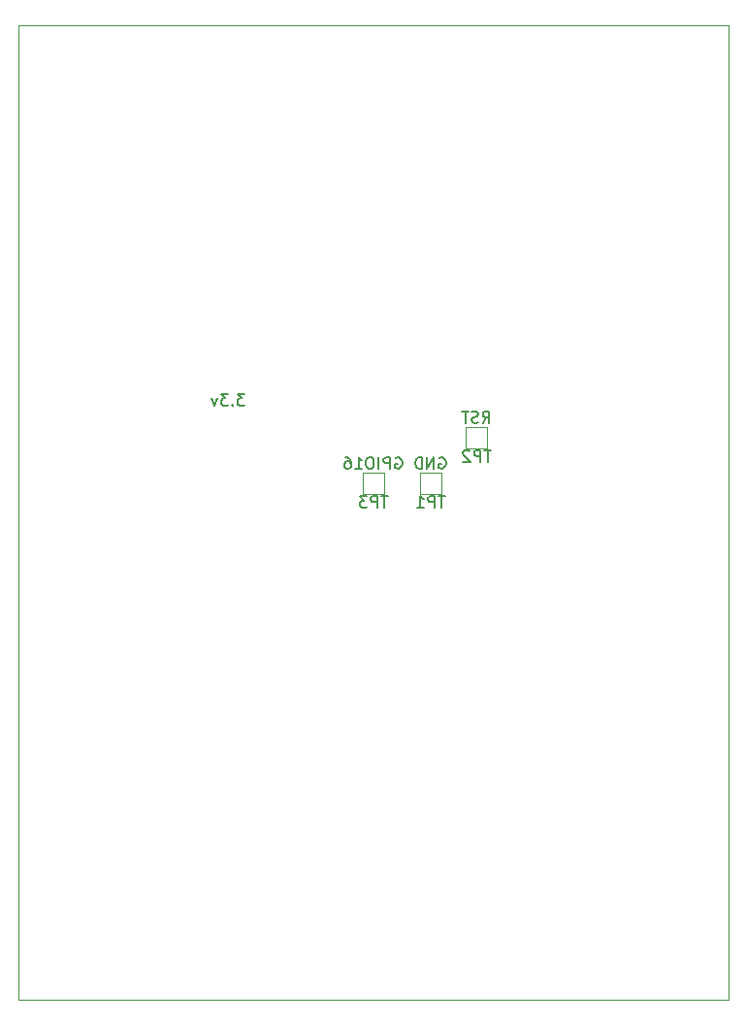
<source format=gbr>
G04 #@! TF.GenerationSoftware,KiCad,Pcbnew,(6.0.5)*
G04 #@! TF.CreationDate,2022-05-05T21:27:21-04:00*
G04 #@! TF.ProjectId,Weather_Wemos,57656174-6865-4725-9f57-656d6f732e6b,v1*
G04 #@! TF.SameCoordinates,Original*
G04 #@! TF.FileFunction,Legend,Bot*
G04 #@! TF.FilePolarity,Positive*
%FSLAX45Y45*%
G04 Gerber Fmt 4.5, Leading zero omitted, Abs format (unit mm)*
G04 Created by KiCad (PCBNEW (6.0.5)) date 2022-05-05 21:27:21*
%MOMM*%
%LPD*%
G01*
G04 APERTURE LIST*
G04 #@! TA.AperFunction,Profile*
%ADD10C,0.050000*%
G04 #@! TD*
%ADD11C,0.150000*%
%ADD12C,0.120000*%
%ADD13C,2.702000*%
%ADD14C,1.702000*%
%ADD15O,1.702000X1.702000*%
%ADD16C,1.902000*%
%ADD17C,3.802000*%
%ADD18C,3.352000*%
%ADD19C,1.622000*%
%ADD20C,3.302000*%
%ADD21C,1.602000*%
%ADD22O,2.007000X2.102000*%
G04 APERTURE END LIST*
D10*
X18100000Y-5900000D02*
X11900000Y-5900000D01*
X18100000Y-14400000D02*
X18100000Y-5900000D01*
X11900000Y-14400000D02*
X18100000Y-14400000D01*
X11900000Y-5900000D02*
X11900000Y-14400000D01*
D11*
X13877857Y-9120238D02*
X13815952Y-9120238D01*
X13849286Y-9158333D01*
X13835000Y-9158333D01*
X13825476Y-9163095D01*
X13820714Y-9167857D01*
X13815952Y-9177381D01*
X13815952Y-9201190D01*
X13820714Y-9210714D01*
X13825476Y-9215476D01*
X13835000Y-9220238D01*
X13863571Y-9220238D01*
X13873095Y-9215476D01*
X13877857Y-9210714D01*
X13773095Y-9210714D02*
X13768333Y-9215476D01*
X13773095Y-9220238D01*
X13777857Y-9215476D01*
X13773095Y-9210714D01*
X13773095Y-9220238D01*
X13735000Y-9120238D02*
X13673095Y-9120238D01*
X13706428Y-9158333D01*
X13692143Y-9158333D01*
X13682619Y-9163095D01*
X13677857Y-9167857D01*
X13673095Y-9177381D01*
X13673095Y-9201190D01*
X13677857Y-9210714D01*
X13682619Y-9215476D01*
X13692143Y-9220238D01*
X13720714Y-9220238D01*
X13730238Y-9215476D01*
X13735000Y-9210714D01*
X13639762Y-9153571D02*
X13615952Y-9220238D01*
X13592143Y-9153571D01*
X15626190Y-10010038D02*
X15569048Y-10010038D01*
X15597619Y-10110038D02*
X15597619Y-10010038D01*
X15535714Y-10110038D02*
X15535714Y-10010038D01*
X15497619Y-10010038D01*
X15488095Y-10014800D01*
X15483333Y-10019562D01*
X15478571Y-10029086D01*
X15478571Y-10043371D01*
X15483333Y-10052895D01*
X15488095Y-10057657D01*
X15497619Y-10062419D01*
X15535714Y-10062419D01*
X15383333Y-10110038D02*
X15440476Y-10110038D01*
X15411905Y-10110038D02*
X15411905Y-10010038D01*
X15421428Y-10024324D01*
X15430952Y-10033848D01*
X15440476Y-10038610D01*
X15576190Y-9675000D02*
X15585714Y-9670238D01*
X15600000Y-9670238D01*
X15614286Y-9675000D01*
X15623809Y-9684524D01*
X15628571Y-9694048D01*
X15633333Y-9713095D01*
X15633333Y-9727381D01*
X15628571Y-9746429D01*
X15623809Y-9755952D01*
X15614286Y-9765476D01*
X15600000Y-9770238D01*
X15590476Y-9770238D01*
X15576190Y-9765476D01*
X15571428Y-9760714D01*
X15571428Y-9727381D01*
X15590476Y-9727381D01*
X15528571Y-9770238D02*
X15528571Y-9670238D01*
X15471428Y-9770238D01*
X15471428Y-9670238D01*
X15423809Y-9770238D02*
X15423809Y-9670238D01*
X15400000Y-9670238D01*
X15385714Y-9675000D01*
X15376190Y-9684524D01*
X15371428Y-9694048D01*
X15366667Y-9713095D01*
X15366667Y-9727381D01*
X15371428Y-9746429D01*
X15376190Y-9755952D01*
X15385714Y-9765476D01*
X15400000Y-9770238D01*
X15423809Y-9770238D01*
X16026190Y-9610038D02*
X15969048Y-9610038D01*
X15997619Y-9710038D02*
X15997619Y-9610038D01*
X15935714Y-9710038D02*
X15935714Y-9610038D01*
X15897619Y-9610038D01*
X15888095Y-9614800D01*
X15883333Y-9619562D01*
X15878571Y-9629086D01*
X15878571Y-9643371D01*
X15883333Y-9652895D01*
X15888095Y-9657657D01*
X15897619Y-9662419D01*
X15935714Y-9662419D01*
X15840476Y-9619562D02*
X15835714Y-9614800D01*
X15826190Y-9610038D01*
X15802381Y-9610038D01*
X15792857Y-9614800D01*
X15788095Y-9619562D01*
X15783333Y-9629086D01*
X15783333Y-9638610D01*
X15788095Y-9652895D01*
X15845238Y-9710038D01*
X15783333Y-9710038D01*
X15954762Y-9370238D02*
X15988095Y-9322619D01*
X16011905Y-9370238D02*
X16011905Y-9270238D01*
X15973809Y-9270238D01*
X15964286Y-9275000D01*
X15959524Y-9279762D01*
X15954762Y-9289286D01*
X15954762Y-9303571D01*
X15959524Y-9313095D01*
X15964286Y-9317857D01*
X15973809Y-9322619D01*
X16011905Y-9322619D01*
X15916667Y-9365476D02*
X15902381Y-9370238D01*
X15878571Y-9370238D01*
X15869048Y-9365476D01*
X15864286Y-9360714D01*
X15859524Y-9351190D01*
X15859524Y-9341667D01*
X15864286Y-9332143D01*
X15869048Y-9327381D01*
X15878571Y-9322619D01*
X15897619Y-9317857D01*
X15907143Y-9313095D01*
X15911905Y-9308333D01*
X15916667Y-9298810D01*
X15916667Y-9289286D01*
X15911905Y-9279762D01*
X15907143Y-9275000D01*
X15897619Y-9270238D01*
X15873809Y-9270238D01*
X15859524Y-9275000D01*
X15830952Y-9270238D02*
X15773809Y-9270238D01*
X15802381Y-9370238D02*
X15802381Y-9270238D01*
X15126190Y-10010038D02*
X15069048Y-10010038D01*
X15097619Y-10110038D02*
X15097619Y-10010038D01*
X15035714Y-10110038D02*
X15035714Y-10010038D01*
X14997619Y-10010038D01*
X14988095Y-10014800D01*
X14983333Y-10019562D01*
X14978571Y-10029086D01*
X14978571Y-10043371D01*
X14983333Y-10052895D01*
X14988095Y-10057657D01*
X14997619Y-10062419D01*
X15035714Y-10062419D01*
X14945238Y-10010038D02*
X14883333Y-10010038D01*
X14916667Y-10048133D01*
X14902381Y-10048133D01*
X14892857Y-10052895D01*
X14888095Y-10057657D01*
X14883333Y-10067181D01*
X14883333Y-10090990D01*
X14888095Y-10100514D01*
X14892857Y-10105276D01*
X14902381Y-10110038D01*
X14930952Y-10110038D01*
X14940476Y-10105276D01*
X14945238Y-10100514D01*
X15195238Y-9675000D02*
X15204762Y-9670238D01*
X15219048Y-9670238D01*
X15233333Y-9675000D01*
X15242857Y-9684524D01*
X15247619Y-9694048D01*
X15252381Y-9713095D01*
X15252381Y-9727381D01*
X15247619Y-9746429D01*
X15242857Y-9755952D01*
X15233333Y-9765476D01*
X15219048Y-9770238D01*
X15209524Y-9770238D01*
X15195238Y-9765476D01*
X15190476Y-9760714D01*
X15190476Y-9727381D01*
X15209524Y-9727381D01*
X15147619Y-9770238D02*
X15147619Y-9670238D01*
X15109524Y-9670238D01*
X15100000Y-9675000D01*
X15095238Y-9679762D01*
X15090476Y-9689286D01*
X15090476Y-9703571D01*
X15095238Y-9713095D01*
X15100000Y-9717857D01*
X15109524Y-9722619D01*
X15147619Y-9722619D01*
X15047619Y-9770238D02*
X15047619Y-9670238D01*
X14980952Y-9670238D02*
X14961905Y-9670238D01*
X14952381Y-9675000D01*
X14942857Y-9684524D01*
X14938095Y-9703571D01*
X14938095Y-9736905D01*
X14942857Y-9755952D01*
X14952381Y-9765476D01*
X14961905Y-9770238D01*
X14980952Y-9770238D01*
X14990476Y-9765476D01*
X15000000Y-9755952D01*
X15004762Y-9736905D01*
X15004762Y-9703571D01*
X15000000Y-9684524D01*
X14990476Y-9675000D01*
X14980952Y-9670238D01*
X14842857Y-9770238D02*
X14900000Y-9770238D01*
X14871428Y-9770238D02*
X14871428Y-9670238D01*
X14880952Y-9684524D01*
X14890476Y-9694048D01*
X14900000Y-9698810D01*
X14757143Y-9670238D02*
X14776190Y-9670238D01*
X14785714Y-9675000D01*
X14790476Y-9679762D01*
X14800000Y-9694048D01*
X14804762Y-9713095D01*
X14804762Y-9751190D01*
X14800000Y-9760714D01*
X14795238Y-9765476D01*
X14785714Y-9770238D01*
X14766667Y-9770238D01*
X14757143Y-9765476D01*
X14752381Y-9760714D01*
X14747619Y-9751190D01*
X14747619Y-9727381D01*
X14752381Y-9717857D01*
X14757143Y-9713095D01*
X14766667Y-9708333D01*
X14785714Y-9708333D01*
X14795238Y-9713095D01*
X14800000Y-9717857D01*
X14804762Y-9727381D01*
D12*
X15405000Y-9995000D02*
X15595000Y-9995000D01*
X15595000Y-9805000D02*
X15405000Y-9805000D01*
X15405000Y-9805000D02*
X15405000Y-9995000D01*
X15595000Y-9995000D02*
X15595000Y-9805000D01*
X15995000Y-9405000D02*
X15805000Y-9405000D01*
X15805000Y-9405000D02*
X15805000Y-9595000D01*
X15995000Y-9595000D02*
X15995000Y-9405000D01*
X15805000Y-9595000D02*
X15995000Y-9595000D01*
X14905000Y-9805000D02*
X14905000Y-9995000D01*
X15095000Y-9805000D02*
X14905000Y-9805000D01*
X14905000Y-9995000D02*
X15095000Y-9995000D01*
X15095000Y-9995000D02*
X15095000Y-9805000D01*
%LPC*%
G36*
G01*
X12270000Y-7564900D02*
X12530000Y-7564900D01*
G75*
G02*
X12535100Y-7570000I0J-5100D01*
G01*
X12535100Y-7830000D01*
G75*
G02*
X12530000Y-7835100I-5100J0D01*
G01*
X12270000Y-7835100D01*
G75*
G02*
X12264900Y-7830000I0J5100D01*
G01*
X12264900Y-7570000D01*
G75*
G02*
X12270000Y-7564900I5100J0D01*
G01*
G37*
D13*
X12400000Y-8200000D03*
X12400000Y-8700000D03*
D14*
X13800000Y-9800000D03*
D15*
X14562000Y-9800000D03*
D16*
X15489000Y-9457000D03*
X15235000Y-9457000D03*
X14981000Y-9457000D03*
X14727000Y-9457000D03*
X14473000Y-9457000D03*
X14219000Y-9457000D03*
X13965000Y-9457000D03*
X13711000Y-9457000D03*
X13711000Y-11743000D03*
X13965000Y-11743000D03*
X14219000Y-11743000D03*
X14473000Y-11743000D03*
X14727000Y-11743000D03*
X14981000Y-11743000D03*
X15235000Y-11743000D03*
X15489000Y-11743000D03*
G36*
G01*
X17430000Y-12835100D02*
X17170000Y-12835100D01*
G75*
G02*
X17164900Y-12830000I0J5100D01*
G01*
X17164900Y-12570000D01*
G75*
G02*
X17170000Y-12564900I5100J0D01*
G01*
X17430000Y-12564900D01*
G75*
G02*
X17435100Y-12570000I0J-5100D01*
G01*
X17435100Y-12830000D01*
G75*
G02*
X17430000Y-12835100I-5100J0D01*
G01*
G37*
D13*
X17300000Y-12200000D03*
G36*
G01*
X14580000Y-13085100D02*
X14420000Y-13085100D01*
G75*
G02*
X14414900Y-13080000I0J5100D01*
G01*
X14414900Y-12920000D01*
G75*
G02*
X14420000Y-12914900I5100J0D01*
G01*
X14580000Y-12914900D01*
G75*
G02*
X14585100Y-12920000I0J-5100D01*
G01*
X14585100Y-13080000D01*
G75*
G02*
X14580000Y-13085100I-5100J0D01*
G01*
G37*
D14*
X14500000Y-12750000D03*
G36*
G01*
X14085100Y-12320000D02*
X14085100Y-12480000D01*
G75*
G02*
X14080000Y-12485100I-5100J0D01*
G01*
X13920000Y-12485100D01*
G75*
G02*
X13914900Y-12480000I0J5100D01*
G01*
X13914900Y-12320000D01*
G75*
G02*
X13920000Y-12314900I5100J0D01*
G01*
X14080000Y-12314900D01*
G75*
G02*
X14085100Y-12320000I0J-5100D01*
G01*
G37*
X13750000Y-12400000D03*
G36*
G01*
X14904900Y-12290000D02*
X14904900Y-12110000D01*
G75*
G02*
X14910000Y-12104900I5100J0D01*
G01*
X15090000Y-12104900D01*
G75*
G02*
X15095100Y-12110000I0J-5100D01*
G01*
X15095100Y-12290000D01*
G75*
G02*
X15090000Y-12295100I-5100J0D01*
G01*
X14910000Y-12295100D01*
G75*
G02*
X14904900Y-12290000I0J5100D01*
G01*
G37*
D16*
X15254000Y-12200000D03*
D17*
X17600000Y-14000000D03*
X12500000Y-6300000D03*
X17600000Y-6300000D03*
X12500000Y-14000000D03*
D18*
X16775000Y-8011000D03*
X17791000Y-8011000D03*
G36*
G01*
X17681100Y-8824000D02*
X17681100Y-8976000D01*
G75*
G02*
X17676000Y-8981100I-5100J0D01*
G01*
X17524000Y-8981100D01*
G75*
G02*
X17518900Y-8976000I0J5100D01*
G01*
X17518900Y-8824000D01*
G75*
G02*
X17524000Y-8818900I5100J0D01*
G01*
X17676000Y-8818900D01*
G75*
G02*
X17681100Y-8824000I0J-5100D01*
G01*
G37*
D19*
X17473000Y-8646000D03*
X17346000Y-8900000D03*
X17219000Y-8646000D03*
X17092000Y-8900000D03*
X16965000Y-8646000D03*
D18*
X15175000Y-8011000D03*
X16191000Y-8011000D03*
G36*
G01*
X16081100Y-8824000D02*
X16081100Y-8976000D01*
G75*
G02*
X16076000Y-8981100I-5100J0D01*
G01*
X15924000Y-8981100D01*
G75*
G02*
X15918900Y-8976000I0J5100D01*
G01*
X15918900Y-8824000D01*
G75*
G02*
X15924000Y-8818900I5100J0D01*
G01*
X16076000Y-8818900D01*
G75*
G02*
X16081100Y-8824000I0J-5100D01*
G01*
G37*
D19*
X15873000Y-8646000D03*
X15746000Y-8900000D03*
X15619000Y-8646000D03*
X15492000Y-8900000D03*
X15365000Y-8646000D03*
D20*
X14527000Y-7965000D03*
X13384000Y-7965000D03*
G36*
G01*
X14480100Y-8525000D02*
X14480100Y-8675000D01*
G75*
G02*
X14475000Y-8680100I-5100J0D01*
G01*
X14325000Y-8680100D01*
G75*
G02*
X14319900Y-8675000I0J5100D01*
G01*
X14319900Y-8525000D01*
G75*
G02*
X14325000Y-8519900I5100J0D01*
G01*
X14475000Y-8519900D01*
G75*
G02*
X14480100Y-8525000I0J-5100D01*
G01*
G37*
D21*
X14273000Y-8854000D03*
X14146000Y-8600000D03*
X14019000Y-8854000D03*
X13892000Y-8600000D03*
X13765000Y-8854000D03*
X13638000Y-8600000D03*
X13511000Y-8854000D03*
D14*
X15600000Y-12200000D03*
D15*
X16362000Y-12200000D03*
G36*
G01*
X16100350Y-12600000D02*
X16100350Y-12800000D01*
G75*
G02*
X16095250Y-12805100I-5100J0D01*
G01*
X15904750Y-12805100D01*
G75*
G02*
X15899650Y-12800000I0J5100D01*
G01*
X15899650Y-12600000D01*
G75*
G02*
X15904750Y-12594900I5100J0D01*
G01*
X16095250Y-12594900D01*
G75*
G02*
X16100350Y-12600000I0J-5100D01*
G01*
G37*
D22*
X15746000Y-12700000D03*
X15492000Y-12700000D03*
G36*
G01*
X13119900Y-12875000D02*
X13119900Y-12525000D01*
G75*
G02*
X13125000Y-12519900I5100J0D01*
G01*
X13475000Y-12519900D01*
G75*
G02*
X13480100Y-12525000I0J-5100D01*
G01*
X13480100Y-12875000D01*
G75*
G02*
X13475000Y-12880100I-5100J0D01*
G01*
X13125000Y-12880100D01*
G75*
G02*
X13119900Y-12875000I0J5100D01*
G01*
G37*
G36*
G01*
X12544900Y-12800000D02*
X12544900Y-12600000D01*
G75*
G02*
X12625000Y-12519900I80100J0D01*
G01*
X12775000Y-12519900D01*
G75*
G02*
X12855100Y-12600000I0J-80100D01*
G01*
X12855100Y-12800000D01*
G75*
G02*
X12775000Y-12880100I-80100J0D01*
G01*
X12625000Y-12880100D01*
G75*
G02*
X12544900Y-12800000I0J80100D01*
G01*
G37*
G36*
G01*
X12819900Y-13257500D02*
X12819900Y-13082500D01*
G75*
G02*
X12912500Y-12989900I92600J0D01*
G01*
X13087500Y-12989900D01*
G75*
G02*
X13180100Y-13082500I0J-92600D01*
G01*
X13180100Y-13257500D01*
G75*
G02*
X13087500Y-13350100I-92600J0D01*
G01*
X12912500Y-13350100D01*
G75*
G02*
X12819900Y-13257500I0J92600D01*
G01*
G37*
G36*
G01*
X15419900Y-9975000D02*
X15419900Y-9825000D01*
G75*
G02*
X15425000Y-9819900I5100J0D01*
G01*
X15575000Y-9819900D01*
G75*
G02*
X15580100Y-9825000I0J-5100D01*
G01*
X15580100Y-9975000D01*
G75*
G02*
X15575000Y-9980100I-5100J0D01*
G01*
X15425000Y-9980100D01*
G75*
G02*
X15419900Y-9975000I0J5100D01*
G01*
G37*
G36*
G01*
X15819900Y-9575000D02*
X15819900Y-9425000D01*
G75*
G02*
X15825000Y-9419900I5100J0D01*
G01*
X15975000Y-9419900D01*
G75*
G02*
X15980100Y-9425000I0J-5100D01*
G01*
X15980100Y-9575000D01*
G75*
G02*
X15975000Y-9580100I-5100J0D01*
G01*
X15825000Y-9580100D01*
G75*
G02*
X15819900Y-9575000I0J5100D01*
G01*
G37*
G36*
G01*
X14919900Y-9975000D02*
X14919900Y-9825000D01*
G75*
G02*
X14925000Y-9819900I5100J0D01*
G01*
X15075000Y-9819900D01*
G75*
G02*
X15080100Y-9825000I0J-5100D01*
G01*
X15080100Y-9975000D01*
G75*
G02*
X15075000Y-9980100I-5100J0D01*
G01*
X14925000Y-9980100D01*
G75*
G02*
X14919900Y-9975000I0J5100D01*
G01*
G37*
M02*

</source>
